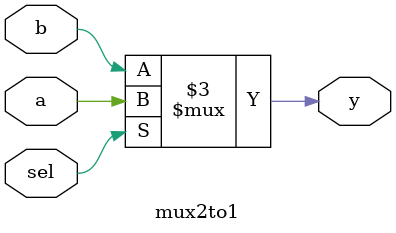
<source format=sv>
module mux2to1 (a,b,sel,y);
	input a,b,sel;
	output reg y;
	
	always @* begin
		if(sel) begin
			y = a;
		end
		else begin
			y = b;
		end
	end 
endmodule
	
</source>
